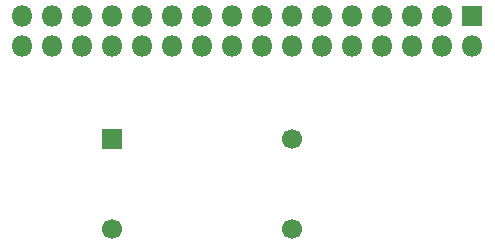
<source format=gbr>
%TF.GenerationSoftware,KiCad,Pcbnew,(5.1.6)-1*%
%TF.CreationDate,2021-03-03T13:24:50-05:00*%
%TF.ProjectId,Super EGA-120,53757065-7220-4454-9741-2d3132302e6b,rev?*%
%TF.SameCoordinates,Original*%
%TF.FileFunction,Soldermask,Top*%
%TF.FilePolarity,Negative*%
%FSLAX46Y46*%
G04 Gerber Fmt 4.6, Leading zero omitted, Abs format (unit mm)*
G04 Created by KiCad (PCBNEW (5.1.6)-1) date 2021-03-03 13:24:50*
%MOMM*%
%LPD*%
G01*
G04 APERTURE LIST*
%ADD10O,1.800000X1.800000*%
%ADD11R,1.800000X1.800000*%
%ADD12R,1.700000X1.700000*%
%ADD13C,1.700000*%
G04 APERTURE END LIST*
D10*
%TO.C,J1*%
X165862000Y-89662000D03*
D11*
X165862000Y-87122000D03*
D10*
X163322000Y-89662000D03*
X163322000Y-87122000D03*
X160782000Y-89662000D03*
X160782000Y-87122000D03*
X158242000Y-89662000D03*
X158242000Y-87122000D03*
X155702000Y-89662000D03*
X155702000Y-87122000D03*
X153162000Y-89662000D03*
X153162000Y-87122000D03*
X150622000Y-89662000D03*
X150622000Y-87122000D03*
X148082000Y-89662000D03*
X148082000Y-87122000D03*
X145542000Y-89662000D03*
X145542000Y-87122000D03*
X143002000Y-89662000D03*
X143002000Y-87122000D03*
X140462000Y-89662000D03*
X140462000Y-87122000D03*
X137922000Y-89662000D03*
X137922000Y-87122000D03*
X135382000Y-89662000D03*
X135382000Y-87122000D03*
X132842000Y-89662000D03*
X132842000Y-87122000D03*
X130302000Y-89662000D03*
X130302000Y-87122000D03*
X127762000Y-89662000D03*
X127762000Y-87122000D03*
%TD*%
D12*
%TO.C,X1*%
X135382000Y-97536000D03*
D13*
X135382000Y-105156000D03*
X150622000Y-105156000D03*
X150622000Y-97536000D03*
%TD*%
M02*

</source>
